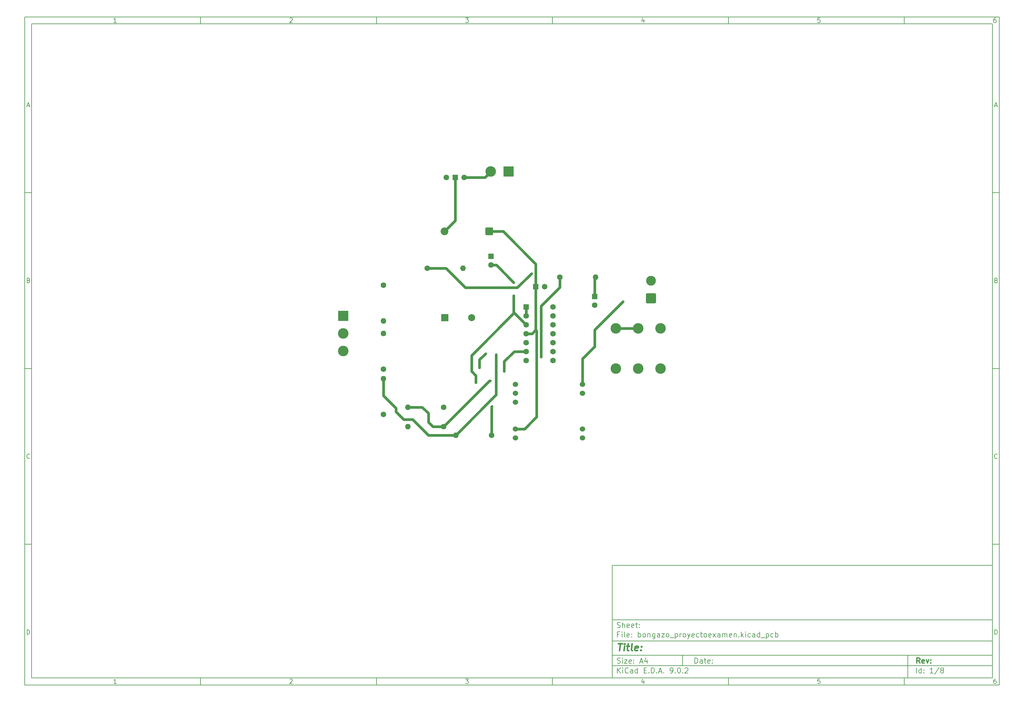
<source format=gbr>
%TF.GenerationSoftware,KiCad,Pcbnew,9.0.2*%
%TF.CreationDate,2025-06-20T15:30:42-04:00*%
%TF.ProjectId,bongazo_proyectoexamen,626f6e67-617a-46f5-9f70-726f79656374,rev?*%
%TF.SameCoordinates,Original*%
%TF.FileFunction,Copper,L1,Top*%
%TF.FilePolarity,Positive*%
%FSLAX46Y46*%
G04 Gerber Fmt 4.6, Leading zero omitted, Abs format (unit mm)*
G04 Created by KiCad (PCBNEW 9.0.2) date 2025-06-20 15:30:42*
%MOMM*%
%LPD*%
G01*
G04 APERTURE LIST*
G04 Aperture macros list*
%AMRoundRect*
0 Rectangle with rounded corners*
0 $1 Rounding radius*
0 $2 $3 $4 $5 $6 $7 $8 $9 X,Y pos of 4 corners*
0 Add a 4 corners polygon primitive as box body*
4,1,4,$2,$3,$4,$5,$6,$7,$8,$9,$2,$3,0*
0 Add four circle primitives for the rounded corners*
1,1,$1+$1,$2,$3*
1,1,$1+$1,$4,$5*
1,1,$1+$1,$6,$7*
1,1,$1+$1,$8,$9*
0 Add four rect primitives between the rounded corners*
20,1,$1+$1,$2,$3,$4,$5,0*
20,1,$1+$1,$4,$5,$6,$7,0*
20,1,$1+$1,$6,$7,$8,$9,0*
20,1,$1+$1,$8,$9,$2,$3,0*%
G04 Aperture macros list end*
%ADD10C,0.100000*%
%ADD11C,0.150000*%
%ADD12C,0.300000*%
%ADD13C,0.400000*%
%TA.AperFunction,ComponentPad*%
%ADD14C,1.600000*%
%TD*%
%TA.AperFunction,ComponentPad*%
%ADD15O,1.600000X1.600000*%
%TD*%
%TA.AperFunction,ComponentPad*%
%ADD16RoundRect,0.250000X-0.550000X-0.550000X0.550000X-0.550000X0.550000X0.550000X-0.550000X0.550000X0*%
%TD*%
%TA.AperFunction,ComponentPad*%
%ADD17RoundRect,0.250001X1.149999X-1.149999X1.149999X1.149999X-1.149999X1.149999X-1.149999X-1.149999X0*%
%TD*%
%TA.AperFunction,ComponentPad*%
%ADD18C,2.800000*%
%TD*%
%TA.AperFunction,ComponentPad*%
%ADD19R,2.000000X2.000000*%
%TD*%
%TA.AperFunction,ComponentPad*%
%ADD20C,2.000000*%
%TD*%
%TA.AperFunction,ComponentPad*%
%ADD21R,1.600000X1.600000*%
%TD*%
%TA.AperFunction,ComponentPad*%
%ADD22R,3.000000X3.000000*%
%TD*%
%TA.AperFunction,ComponentPad*%
%ADD23C,3.000000*%
%TD*%
%TA.AperFunction,ComponentPad*%
%ADD24C,1.524000*%
%TD*%
%TA.AperFunction,ComponentPad*%
%ADD25R,1.500000X1.500000*%
%TD*%
%TA.AperFunction,ComponentPad*%
%ADD26RoundRect,0.249999X0.850001X0.850001X-0.850001X0.850001X-0.850001X-0.850001X0.850001X-0.850001X0*%
%TD*%
%TA.AperFunction,ComponentPad*%
%ADD27C,2.200000*%
%TD*%
%TA.AperFunction,ComponentPad*%
%ADD28RoundRect,0.250000X-0.550000X0.550000X-0.550000X-0.550000X0.550000X-0.550000X0.550000X0.550000X0*%
%TD*%
%TA.AperFunction,ViaPad*%
%ADD29C,0.600000*%
%TD*%
%TA.AperFunction,Conductor*%
%ADD30C,0.800000*%
%TD*%
G04 APERTURE END LIST*
D10*
D11*
X177002200Y-166007200D02*
X285002200Y-166007200D01*
X285002200Y-198007200D01*
X177002200Y-198007200D01*
X177002200Y-166007200D01*
D10*
D11*
X10000000Y-10000000D02*
X287002200Y-10000000D01*
X287002200Y-200007200D01*
X10000000Y-200007200D01*
X10000000Y-10000000D01*
D10*
D11*
X12000000Y-12000000D02*
X285002200Y-12000000D01*
X285002200Y-198007200D01*
X12000000Y-198007200D01*
X12000000Y-12000000D01*
D10*
D11*
X60000000Y-12000000D02*
X60000000Y-10000000D01*
D10*
D11*
X110000000Y-12000000D02*
X110000000Y-10000000D01*
D10*
D11*
X160000000Y-12000000D02*
X160000000Y-10000000D01*
D10*
D11*
X210000000Y-12000000D02*
X210000000Y-10000000D01*
D10*
D11*
X260000000Y-12000000D02*
X260000000Y-10000000D01*
D10*
D11*
X36089160Y-11593604D02*
X35346303Y-11593604D01*
X35717731Y-11593604D02*
X35717731Y-10293604D01*
X35717731Y-10293604D02*
X35593922Y-10479319D01*
X35593922Y-10479319D02*
X35470112Y-10603128D01*
X35470112Y-10603128D02*
X35346303Y-10665033D01*
D10*
D11*
X85346303Y-10417414D02*
X85408207Y-10355509D01*
X85408207Y-10355509D02*
X85532017Y-10293604D01*
X85532017Y-10293604D02*
X85841541Y-10293604D01*
X85841541Y-10293604D02*
X85965350Y-10355509D01*
X85965350Y-10355509D02*
X86027255Y-10417414D01*
X86027255Y-10417414D02*
X86089160Y-10541223D01*
X86089160Y-10541223D02*
X86089160Y-10665033D01*
X86089160Y-10665033D02*
X86027255Y-10850747D01*
X86027255Y-10850747D02*
X85284398Y-11593604D01*
X85284398Y-11593604D02*
X86089160Y-11593604D01*
D10*
D11*
X135284398Y-10293604D02*
X136089160Y-10293604D01*
X136089160Y-10293604D02*
X135655826Y-10788842D01*
X135655826Y-10788842D02*
X135841541Y-10788842D01*
X135841541Y-10788842D02*
X135965350Y-10850747D01*
X135965350Y-10850747D02*
X136027255Y-10912652D01*
X136027255Y-10912652D02*
X136089160Y-11036461D01*
X136089160Y-11036461D02*
X136089160Y-11345985D01*
X136089160Y-11345985D02*
X136027255Y-11469795D01*
X136027255Y-11469795D02*
X135965350Y-11531700D01*
X135965350Y-11531700D02*
X135841541Y-11593604D01*
X135841541Y-11593604D02*
X135470112Y-11593604D01*
X135470112Y-11593604D02*
X135346303Y-11531700D01*
X135346303Y-11531700D02*
X135284398Y-11469795D01*
D10*
D11*
X185965350Y-10726938D02*
X185965350Y-11593604D01*
X185655826Y-10231700D02*
X185346303Y-11160271D01*
X185346303Y-11160271D02*
X186151064Y-11160271D01*
D10*
D11*
X236027255Y-10293604D02*
X235408207Y-10293604D01*
X235408207Y-10293604D02*
X235346303Y-10912652D01*
X235346303Y-10912652D02*
X235408207Y-10850747D01*
X235408207Y-10850747D02*
X235532017Y-10788842D01*
X235532017Y-10788842D02*
X235841541Y-10788842D01*
X235841541Y-10788842D02*
X235965350Y-10850747D01*
X235965350Y-10850747D02*
X236027255Y-10912652D01*
X236027255Y-10912652D02*
X236089160Y-11036461D01*
X236089160Y-11036461D02*
X236089160Y-11345985D01*
X236089160Y-11345985D02*
X236027255Y-11469795D01*
X236027255Y-11469795D02*
X235965350Y-11531700D01*
X235965350Y-11531700D02*
X235841541Y-11593604D01*
X235841541Y-11593604D02*
X235532017Y-11593604D01*
X235532017Y-11593604D02*
X235408207Y-11531700D01*
X235408207Y-11531700D02*
X235346303Y-11469795D01*
D10*
D11*
X285965350Y-10293604D02*
X285717731Y-10293604D01*
X285717731Y-10293604D02*
X285593922Y-10355509D01*
X285593922Y-10355509D02*
X285532017Y-10417414D01*
X285532017Y-10417414D02*
X285408207Y-10603128D01*
X285408207Y-10603128D02*
X285346303Y-10850747D01*
X285346303Y-10850747D02*
X285346303Y-11345985D01*
X285346303Y-11345985D02*
X285408207Y-11469795D01*
X285408207Y-11469795D02*
X285470112Y-11531700D01*
X285470112Y-11531700D02*
X285593922Y-11593604D01*
X285593922Y-11593604D02*
X285841541Y-11593604D01*
X285841541Y-11593604D02*
X285965350Y-11531700D01*
X285965350Y-11531700D02*
X286027255Y-11469795D01*
X286027255Y-11469795D02*
X286089160Y-11345985D01*
X286089160Y-11345985D02*
X286089160Y-11036461D01*
X286089160Y-11036461D02*
X286027255Y-10912652D01*
X286027255Y-10912652D02*
X285965350Y-10850747D01*
X285965350Y-10850747D02*
X285841541Y-10788842D01*
X285841541Y-10788842D02*
X285593922Y-10788842D01*
X285593922Y-10788842D02*
X285470112Y-10850747D01*
X285470112Y-10850747D02*
X285408207Y-10912652D01*
X285408207Y-10912652D02*
X285346303Y-11036461D01*
D10*
D11*
X60000000Y-198007200D02*
X60000000Y-200007200D01*
D10*
D11*
X110000000Y-198007200D02*
X110000000Y-200007200D01*
D10*
D11*
X160000000Y-198007200D02*
X160000000Y-200007200D01*
D10*
D11*
X210000000Y-198007200D02*
X210000000Y-200007200D01*
D10*
D11*
X260000000Y-198007200D02*
X260000000Y-200007200D01*
D10*
D11*
X36089160Y-199600804D02*
X35346303Y-199600804D01*
X35717731Y-199600804D02*
X35717731Y-198300804D01*
X35717731Y-198300804D02*
X35593922Y-198486519D01*
X35593922Y-198486519D02*
X35470112Y-198610328D01*
X35470112Y-198610328D02*
X35346303Y-198672233D01*
D10*
D11*
X85346303Y-198424614D02*
X85408207Y-198362709D01*
X85408207Y-198362709D02*
X85532017Y-198300804D01*
X85532017Y-198300804D02*
X85841541Y-198300804D01*
X85841541Y-198300804D02*
X85965350Y-198362709D01*
X85965350Y-198362709D02*
X86027255Y-198424614D01*
X86027255Y-198424614D02*
X86089160Y-198548423D01*
X86089160Y-198548423D02*
X86089160Y-198672233D01*
X86089160Y-198672233D02*
X86027255Y-198857947D01*
X86027255Y-198857947D02*
X85284398Y-199600804D01*
X85284398Y-199600804D02*
X86089160Y-199600804D01*
D10*
D11*
X135284398Y-198300804D02*
X136089160Y-198300804D01*
X136089160Y-198300804D02*
X135655826Y-198796042D01*
X135655826Y-198796042D02*
X135841541Y-198796042D01*
X135841541Y-198796042D02*
X135965350Y-198857947D01*
X135965350Y-198857947D02*
X136027255Y-198919852D01*
X136027255Y-198919852D02*
X136089160Y-199043661D01*
X136089160Y-199043661D02*
X136089160Y-199353185D01*
X136089160Y-199353185D02*
X136027255Y-199476995D01*
X136027255Y-199476995D02*
X135965350Y-199538900D01*
X135965350Y-199538900D02*
X135841541Y-199600804D01*
X135841541Y-199600804D02*
X135470112Y-199600804D01*
X135470112Y-199600804D02*
X135346303Y-199538900D01*
X135346303Y-199538900D02*
X135284398Y-199476995D01*
D10*
D11*
X185965350Y-198734138D02*
X185965350Y-199600804D01*
X185655826Y-198238900D02*
X185346303Y-199167471D01*
X185346303Y-199167471D02*
X186151064Y-199167471D01*
D10*
D11*
X236027255Y-198300804D02*
X235408207Y-198300804D01*
X235408207Y-198300804D02*
X235346303Y-198919852D01*
X235346303Y-198919852D02*
X235408207Y-198857947D01*
X235408207Y-198857947D02*
X235532017Y-198796042D01*
X235532017Y-198796042D02*
X235841541Y-198796042D01*
X235841541Y-198796042D02*
X235965350Y-198857947D01*
X235965350Y-198857947D02*
X236027255Y-198919852D01*
X236027255Y-198919852D02*
X236089160Y-199043661D01*
X236089160Y-199043661D02*
X236089160Y-199353185D01*
X236089160Y-199353185D02*
X236027255Y-199476995D01*
X236027255Y-199476995D02*
X235965350Y-199538900D01*
X235965350Y-199538900D02*
X235841541Y-199600804D01*
X235841541Y-199600804D02*
X235532017Y-199600804D01*
X235532017Y-199600804D02*
X235408207Y-199538900D01*
X235408207Y-199538900D02*
X235346303Y-199476995D01*
D10*
D11*
X285965350Y-198300804D02*
X285717731Y-198300804D01*
X285717731Y-198300804D02*
X285593922Y-198362709D01*
X285593922Y-198362709D02*
X285532017Y-198424614D01*
X285532017Y-198424614D02*
X285408207Y-198610328D01*
X285408207Y-198610328D02*
X285346303Y-198857947D01*
X285346303Y-198857947D02*
X285346303Y-199353185D01*
X285346303Y-199353185D02*
X285408207Y-199476995D01*
X285408207Y-199476995D02*
X285470112Y-199538900D01*
X285470112Y-199538900D02*
X285593922Y-199600804D01*
X285593922Y-199600804D02*
X285841541Y-199600804D01*
X285841541Y-199600804D02*
X285965350Y-199538900D01*
X285965350Y-199538900D02*
X286027255Y-199476995D01*
X286027255Y-199476995D02*
X286089160Y-199353185D01*
X286089160Y-199353185D02*
X286089160Y-199043661D01*
X286089160Y-199043661D02*
X286027255Y-198919852D01*
X286027255Y-198919852D02*
X285965350Y-198857947D01*
X285965350Y-198857947D02*
X285841541Y-198796042D01*
X285841541Y-198796042D02*
X285593922Y-198796042D01*
X285593922Y-198796042D02*
X285470112Y-198857947D01*
X285470112Y-198857947D02*
X285408207Y-198919852D01*
X285408207Y-198919852D02*
X285346303Y-199043661D01*
D10*
D11*
X10000000Y-60000000D02*
X12000000Y-60000000D01*
D10*
D11*
X10000000Y-110000000D02*
X12000000Y-110000000D01*
D10*
D11*
X10000000Y-160000000D02*
X12000000Y-160000000D01*
D10*
D11*
X10690476Y-35222176D02*
X11309523Y-35222176D01*
X10566666Y-35593604D02*
X10999999Y-34293604D01*
X10999999Y-34293604D02*
X11433333Y-35593604D01*
D10*
D11*
X11092857Y-84912652D02*
X11278571Y-84974557D01*
X11278571Y-84974557D02*
X11340476Y-85036461D01*
X11340476Y-85036461D02*
X11402380Y-85160271D01*
X11402380Y-85160271D02*
X11402380Y-85345985D01*
X11402380Y-85345985D02*
X11340476Y-85469795D01*
X11340476Y-85469795D02*
X11278571Y-85531700D01*
X11278571Y-85531700D02*
X11154761Y-85593604D01*
X11154761Y-85593604D02*
X10659523Y-85593604D01*
X10659523Y-85593604D02*
X10659523Y-84293604D01*
X10659523Y-84293604D02*
X11092857Y-84293604D01*
X11092857Y-84293604D02*
X11216666Y-84355509D01*
X11216666Y-84355509D02*
X11278571Y-84417414D01*
X11278571Y-84417414D02*
X11340476Y-84541223D01*
X11340476Y-84541223D02*
X11340476Y-84665033D01*
X11340476Y-84665033D02*
X11278571Y-84788842D01*
X11278571Y-84788842D02*
X11216666Y-84850747D01*
X11216666Y-84850747D02*
X11092857Y-84912652D01*
X11092857Y-84912652D02*
X10659523Y-84912652D01*
D10*
D11*
X11402380Y-135469795D02*
X11340476Y-135531700D01*
X11340476Y-135531700D02*
X11154761Y-135593604D01*
X11154761Y-135593604D02*
X11030952Y-135593604D01*
X11030952Y-135593604D02*
X10845238Y-135531700D01*
X10845238Y-135531700D02*
X10721428Y-135407890D01*
X10721428Y-135407890D02*
X10659523Y-135284080D01*
X10659523Y-135284080D02*
X10597619Y-135036461D01*
X10597619Y-135036461D02*
X10597619Y-134850747D01*
X10597619Y-134850747D02*
X10659523Y-134603128D01*
X10659523Y-134603128D02*
X10721428Y-134479319D01*
X10721428Y-134479319D02*
X10845238Y-134355509D01*
X10845238Y-134355509D02*
X11030952Y-134293604D01*
X11030952Y-134293604D02*
X11154761Y-134293604D01*
X11154761Y-134293604D02*
X11340476Y-134355509D01*
X11340476Y-134355509D02*
X11402380Y-134417414D01*
D10*
D11*
X10659523Y-185593604D02*
X10659523Y-184293604D01*
X10659523Y-184293604D02*
X10969047Y-184293604D01*
X10969047Y-184293604D02*
X11154761Y-184355509D01*
X11154761Y-184355509D02*
X11278571Y-184479319D01*
X11278571Y-184479319D02*
X11340476Y-184603128D01*
X11340476Y-184603128D02*
X11402380Y-184850747D01*
X11402380Y-184850747D02*
X11402380Y-185036461D01*
X11402380Y-185036461D02*
X11340476Y-185284080D01*
X11340476Y-185284080D02*
X11278571Y-185407890D01*
X11278571Y-185407890D02*
X11154761Y-185531700D01*
X11154761Y-185531700D02*
X10969047Y-185593604D01*
X10969047Y-185593604D02*
X10659523Y-185593604D01*
D10*
D11*
X287002200Y-60000000D02*
X285002200Y-60000000D01*
D10*
D11*
X287002200Y-110000000D02*
X285002200Y-110000000D01*
D10*
D11*
X287002200Y-160000000D02*
X285002200Y-160000000D01*
D10*
D11*
X285692676Y-35222176D02*
X286311723Y-35222176D01*
X285568866Y-35593604D02*
X286002199Y-34293604D01*
X286002199Y-34293604D02*
X286435533Y-35593604D01*
D10*
D11*
X286095057Y-84912652D02*
X286280771Y-84974557D01*
X286280771Y-84974557D02*
X286342676Y-85036461D01*
X286342676Y-85036461D02*
X286404580Y-85160271D01*
X286404580Y-85160271D02*
X286404580Y-85345985D01*
X286404580Y-85345985D02*
X286342676Y-85469795D01*
X286342676Y-85469795D02*
X286280771Y-85531700D01*
X286280771Y-85531700D02*
X286156961Y-85593604D01*
X286156961Y-85593604D02*
X285661723Y-85593604D01*
X285661723Y-85593604D02*
X285661723Y-84293604D01*
X285661723Y-84293604D02*
X286095057Y-84293604D01*
X286095057Y-84293604D02*
X286218866Y-84355509D01*
X286218866Y-84355509D02*
X286280771Y-84417414D01*
X286280771Y-84417414D02*
X286342676Y-84541223D01*
X286342676Y-84541223D02*
X286342676Y-84665033D01*
X286342676Y-84665033D02*
X286280771Y-84788842D01*
X286280771Y-84788842D02*
X286218866Y-84850747D01*
X286218866Y-84850747D02*
X286095057Y-84912652D01*
X286095057Y-84912652D02*
X285661723Y-84912652D01*
D10*
D11*
X286404580Y-135469795D02*
X286342676Y-135531700D01*
X286342676Y-135531700D02*
X286156961Y-135593604D01*
X286156961Y-135593604D02*
X286033152Y-135593604D01*
X286033152Y-135593604D02*
X285847438Y-135531700D01*
X285847438Y-135531700D02*
X285723628Y-135407890D01*
X285723628Y-135407890D02*
X285661723Y-135284080D01*
X285661723Y-135284080D02*
X285599819Y-135036461D01*
X285599819Y-135036461D02*
X285599819Y-134850747D01*
X285599819Y-134850747D02*
X285661723Y-134603128D01*
X285661723Y-134603128D02*
X285723628Y-134479319D01*
X285723628Y-134479319D02*
X285847438Y-134355509D01*
X285847438Y-134355509D02*
X286033152Y-134293604D01*
X286033152Y-134293604D02*
X286156961Y-134293604D01*
X286156961Y-134293604D02*
X286342676Y-134355509D01*
X286342676Y-134355509D02*
X286404580Y-134417414D01*
D10*
D11*
X285661723Y-185593604D02*
X285661723Y-184293604D01*
X285661723Y-184293604D02*
X285971247Y-184293604D01*
X285971247Y-184293604D02*
X286156961Y-184355509D01*
X286156961Y-184355509D02*
X286280771Y-184479319D01*
X286280771Y-184479319D02*
X286342676Y-184603128D01*
X286342676Y-184603128D02*
X286404580Y-184850747D01*
X286404580Y-184850747D02*
X286404580Y-185036461D01*
X286404580Y-185036461D02*
X286342676Y-185284080D01*
X286342676Y-185284080D02*
X286280771Y-185407890D01*
X286280771Y-185407890D02*
X286156961Y-185531700D01*
X286156961Y-185531700D02*
X285971247Y-185593604D01*
X285971247Y-185593604D02*
X285661723Y-185593604D01*
D10*
D11*
X200458026Y-193793328D02*
X200458026Y-192293328D01*
X200458026Y-192293328D02*
X200815169Y-192293328D01*
X200815169Y-192293328D02*
X201029455Y-192364757D01*
X201029455Y-192364757D02*
X201172312Y-192507614D01*
X201172312Y-192507614D02*
X201243741Y-192650471D01*
X201243741Y-192650471D02*
X201315169Y-192936185D01*
X201315169Y-192936185D02*
X201315169Y-193150471D01*
X201315169Y-193150471D02*
X201243741Y-193436185D01*
X201243741Y-193436185D02*
X201172312Y-193579042D01*
X201172312Y-193579042D02*
X201029455Y-193721900D01*
X201029455Y-193721900D02*
X200815169Y-193793328D01*
X200815169Y-193793328D02*
X200458026Y-193793328D01*
X202600884Y-193793328D02*
X202600884Y-193007614D01*
X202600884Y-193007614D02*
X202529455Y-192864757D01*
X202529455Y-192864757D02*
X202386598Y-192793328D01*
X202386598Y-192793328D02*
X202100884Y-192793328D01*
X202100884Y-192793328D02*
X201958026Y-192864757D01*
X202600884Y-193721900D02*
X202458026Y-193793328D01*
X202458026Y-193793328D02*
X202100884Y-193793328D01*
X202100884Y-193793328D02*
X201958026Y-193721900D01*
X201958026Y-193721900D02*
X201886598Y-193579042D01*
X201886598Y-193579042D02*
X201886598Y-193436185D01*
X201886598Y-193436185D02*
X201958026Y-193293328D01*
X201958026Y-193293328D02*
X202100884Y-193221900D01*
X202100884Y-193221900D02*
X202458026Y-193221900D01*
X202458026Y-193221900D02*
X202600884Y-193150471D01*
X203100884Y-192793328D02*
X203672312Y-192793328D01*
X203315169Y-192293328D02*
X203315169Y-193579042D01*
X203315169Y-193579042D02*
X203386598Y-193721900D01*
X203386598Y-193721900D02*
X203529455Y-193793328D01*
X203529455Y-193793328D02*
X203672312Y-193793328D01*
X204743741Y-193721900D02*
X204600884Y-193793328D01*
X204600884Y-193793328D02*
X204315170Y-193793328D01*
X204315170Y-193793328D02*
X204172312Y-193721900D01*
X204172312Y-193721900D02*
X204100884Y-193579042D01*
X204100884Y-193579042D02*
X204100884Y-193007614D01*
X204100884Y-193007614D02*
X204172312Y-192864757D01*
X204172312Y-192864757D02*
X204315170Y-192793328D01*
X204315170Y-192793328D02*
X204600884Y-192793328D01*
X204600884Y-192793328D02*
X204743741Y-192864757D01*
X204743741Y-192864757D02*
X204815170Y-193007614D01*
X204815170Y-193007614D02*
X204815170Y-193150471D01*
X204815170Y-193150471D02*
X204100884Y-193293328D01*
X205458026Y-193650471D02*
X205529455Y-193721900D01*
X205529455Y-193721900D02*
X205458026Y-193793328D01*
X205458026Y-193793328D02*
X205386598Y-193721900D01*
X205386598Y-193721900D02*
X205458026Y-193650471D01*
X205458026Y-193650471D02*
X205458026Y-193793328D01*
X205458026Y-192864757D02*
X205529455Y-192936185D01*
X205529455Y-192936185D02*
X205458026Y-193007614D01*
X205458026Y-193007614D02*
X205386598Y-192936185D01*
X205386598Y-192936185D02*
X205458026Y-192864757D01*
X205458026Y-192864757D02*
X205458026Y-193007614D01*
D10*
D11*
X177002200Y-194507200D02*
X285002200Y-194507200D01*
D10*
D11*
X178458026Y-196593328D02*
X178458026Y-195093328D01*
X179315169Y-196593328D02*
X178672312Y-195736185D01*
X179315169Y-195093328D02*
X178458026Y-195950471D01*
X179958026Y-196593328D02*
X179958026Y-195593328D01*
X179958026Y-195093328D02*
X179886598Y-195164757D01*
X179886598Y-195164757D02*
X179958026Y-195236185D01*
X179958026Y-195236185D02*
X180029455Y-195164757D01*
X180029455Y-195164757D02*
X179958026Y-195093328D01*
X179958026Y-195093328D02*
X179958026Y-195236185D01*
X181529455Y-196450471D02*
X181458027Y-196521900D01*
X181458027Y-196521900D02*
X181243741Y-196593328D01*
X181243741Y-196593328D02*
X181100884Y-196593328D01*
X181100884Y-196593328D02*
X180886598Y-196521900D01*
X180886598Y-196521900D02*
X180743741Y-196379042D01*
X180743741Y-196379042D02*
X180672312Y-196236185D01*
X180672312Y-196236185D02*
X180600884Y-195950471D01*
X180600884Y-195950471D02*
X180600884Y-195736185D01*
X180600884Y-195736185D02*
X180672312Y-195450471D01*
X180672312Y-195450471D02*
X180743741Y-195307614D01*
X180743741Y-195307614D02*
X180886598Y-195164757D01*
X180886598Y-195164757D02*
X181100884Y-195093328D01*
X181100884Y-195093328D02*
X181243741Y-195093328D01*
X181243741Y-195093328D02*
X181458027Y-195164757D01*
X181458027Y-195164757D02*
X181529455Y-195236185D01*
X182815170Y-196593328D02*
X182815170Y-195807614D01*
X182815170Y-195807614D02*
X182743741Y-195664757D01*
X182743741Y-195664757D02*
X182600884Y-195593328D01*
X182600884Y-195593328D02*
X182315170Y-195593328D01*
X182315170Y-195593328D02*
X182172312Y-195664757D01*
X182815170Y-196521900D02*
X182672312Y-196593328D01*
X182672312Y-196593328D02*
X182315170Y-196593328D01*
X182315170Y-196593328D02*
X182172312Y-196521900D01*
X182172312Y-196521900D02*
X182100884Y-196379042D01*
X182100884Y-196379042D02*
X182100884Y-196236185D01*
X182100884Y-196236185D02*
X182172312Y-196093328D01*
X182172312Y-196093328D02*
X182315170Y-196021900D01*
X182315170Y-196021900D02*
X182672312Y-196021900D01*
X182672312Y-196021900D02*
X182815170Y-195950471D01*
X184172313Y-196593328D02*
X184172313Y-195093328D01*
X184172313Y-196521900D02*
X184029455Y-196593328D01*
X184029455Y-196593328D02*
X183743741Y-196593328D01*
X183743741Y-196593328D02*
X183600884Y-196521900D01*
X183600884Y-196521900D02*
X183529455Y-196450471D01*
X183529455Y-196450471D02*
X183458027Y-196307614D01*
X183458027Y-196307614D02*
X183458027Y-195879042D01*
X183458027Y-195879042D02*
X183529455Y-195736185D01*
X183529455Y-195736185D02*
X183600884Y-195664757D01*
X183600884Y-195664757D02*
X183743741Y-195593328D01*
X183743741Y-195593328D02*
X184029455Y-195593328D01*
X184029455Y-195593328D02*
X184172313Y-195664757D01*
X186029455Y-195807614D02*
X186529455Y-195807614D01*
X186743741Y-196593328D02*
X186029455Y-196593328D01*
X186029455Y-196593328D02*
X186029455Y-195093328D01*
X186029455Y-195093328D02*
X186743741Y-195093328D01*
X187386598Y-196450471D02*
X187458027Y-196521900D01*
X187458027Y-196521900D02*
X187386598Y-196593328D01*
X187386598Y-196593328D02*
X187315170Y-196521900D01*
X187315170Y-196521900D02*
X187386598Y-196450471D01*
X187386598Y-196450471D02*
X187386598Y-196593328D01*
X188100884Y-196593328D02*
X188100884Y-195093328D01*
X188100884Y-195093328D02*
X188458027Y-195093328D01*
X188458027Y-195093328D02*
X188672313Y-195164757D01*
X188672313Y-195164757D02*
X188815170Y-195307614D01*
X188815170Y-195307614D02*
X188886599Y-195450471D01*
X188886599Y-195450471D02*
X188958027Y-195736185D01*
X188958027Y-195736185D02*
X188958027Y-195950471D01*
X188958027Y-195950471D02*
X188886599Y-196236185D01*
X188886599Y-196236185D02*
X188815170Y-196379042D01*
X188815170Y-196379042D02*
X188672313Y-196521900D01*
X188672313Y-196521900D02*
X188458027Y-196593328D01*
X188458027Y-196593328D02*
X188100884Y-196593328D01*
X189600884Y-196450471D02*
X189672313Y-196521900D01*
X189672313Y-196521900D02*
X189600884Y-196593328D01*
X189600884Y-196593328D02*
X189529456Y-196521900D01*
X189529456Y-196521900D02*
X189600884Y-196450471D01*
X189600884Y-196450471D02*
X189600884Y-196593328D01*
X190243742Y-196164757D02*
X190958028Y-196164757D01*
X190100885Y-196593328D02*
X190600885Y-195093328D01*
X190600885Y-195093328D02*
X191100885Y-196593328D01*
X191600884Y-196450471D02*
X191672313Y-196521900D01*
X191672313Y-196521900D02*
X191600884Y-196593328D01*
X191600884Y-196593328D02*
X191529456Y-196521900D01*
X191529456Y-196521900D02*
X191600884Y-196450471D01*
X191600884Y-196450471D02*
X191600884Y-196593328D01*
X193529456Y-196593328D02*
X193815170Y-196593328D01*
X193815170Y-196593328D02*
X193958027Y-196521900D01*
X193958027Y-196521900D02*
X194029456Y-196450471D01*
X194029456Y-196450471D02*
X194172313Y-196236185D01*
X194172313Y-196236185D02*
X194243742Y-195950471D01*
X194243742Y-195950471D02*
X194243742Y-195379042D01*
X194243742Y-195379042D02*
X194172313Y-195236185D01*
X194172313Y-195236185D02*
X194100885Y-195164757D01*
X194100885Y-195164757D02*
X193958027Y-195093328D01*
X193958027Y-195093328D02*
X193672313Y-195093328D01*
X193672313Y-195093328D02*
X193529456Y-195164757D01*
X193529456Y-195164757D02*
X193458027Y-195236185D01*
X193458027Y-195236185D02*
X193386599Y-195379042D01*
X193386599Y-195379042D02*
X193386599Y-195736185D01*
X193386599Y-195736185D02*
X193458027Y-195879042D01*
X193458027Y-195879042D02*
X193529456Y-195950471D01*
X193529456Y-195950471D02*
X193672313Y-196021900D01*
X193672313Y-196021900D02*
X193958027Y-196021900D01*
X193958027Y-196021900D02*
X194100885Y-195950471D01*
X194100885Y-195950471D02*
X194172313Y-195879042D01*
X194172313Y-195879042D02*
X194243742Y-195736185D01*
X194886598Y-196450471D02*
X194958027Y-196521900D01*
X194958027Y-196521900D02*
X194886598Y-196593328D01*
X194886598Y-196593328D02*
X194815170Y-196521900D01*
X194815170Y-196521900D02*
X194886598Y-196450471D01*
X194886598Y-196450471D02*
X194886598Y-196593328D01*
X195886599Y-195093328D02*
X196029456Y-195093328D01*
X196029456Y-195093328D02*
X196172313Y-195164757D01*
X196172313Y-195164757D02*
X196243742Y-195236185D01*
X196243742Y-195236185D02*
X196315170Y-195379042D01*
X196315170Y-195379042D02*
X196386599Y-195664757D01*
X196386599Y-195664757D02*
X196386599Y-196021900D01*
X196386599Y-196021900D02*
X196315170Y-196307614D01*
X196315170Y-196307614D02*
X196243742Y-196450471D01*
X196243742Y-196450471D02*
X196172313Y-196521900D01*
X196172313Y-196521900D02*
X196029456Y-196593328D01*
X196029456Y-196593328D02*
X195886599Y-196593328D01*
X195886599Y-196593328D02*
X195743742Y-196521900D01*
X195743742Y-196521900D02*
X195672313Y-196450471D01*
X195672313Y-196450471D02*
X195600884Y-196307614D01*
X195600884Y-196307614D02*
X195529456Y-196021900D01*
X195529456Y-196021900D02*
X195529456Y-195664757D01*
X195529456Y-195664757D02*
X195600884Y-195379042D01*
X195600884Y-195379042D02*
X195672313Y-195236185D01*
X195672313Y-195236185D02*
X195743742Y-195164757D01*
X195743742Y-195164757D02*
X195886599Y-195093328D01*
X197029455Y-196450471D02*
X197100884Y-196521900D01*
X197100884Y-196521900D02*
X197029455Y-196593328D01*
X197029455Y-196593328D02*
X196958027Y-196521900D01*
X196958027Y-196521900D02*
X197029455Y-196450471D01*
X197029455Y-196450471D02*
X197029455Y-196593328D01*
X197672313Y-195236185D02*
X197743741Y-195164757D01*
X197743741Y-195164757D02*
X197886599Y-195093328D01*
X197886599Y-195093328D02*
X198243741Y-195093328D01*
X198243741Y-195093328D02*
X198386599Y-195164757D01*
X198386599Y-195164757D02*
X198458027Y-195236185D01*
X198458027Y-195236185D02*
X198529456Y-195379042D01*
X198529456Y-195379042D02*
X198529456Y-195521900D01*
X198529456Y-195521900D02*
X198458027Y-195736185D01*
X198458027Y-195736185D02*
X197600884Y-196593328D01*
X197600884Y-196593328D02*
X198529456Y-196593328D01*
D10*
D11*
X177002200Y-191507200D02*
X285002200Y-191507200D01*
D10*
D12*
X264413853Y-193785528D02*
X263913853Y-193071242D01*
X263556710Y-193785528D02*
X263556710Y-192285528D01*
X263556710Y-192285528D02*
X264128139Y-192285528D01*
X264128139Y-192285528D02*
X264270996Y-192356957D01*
X264270996Y-192356957D02*
X264342425Y-192428385D01*
X264342425Y-192428385D02*
X264413853Y-192571242D01*
X264413853Y-192571242D02*
X264413853Y-192785528D01*
X264413853Y-192785528D02*
X264342425Y-192928385D01*
X264342425Y-192928385D02*
X264270996Y-192999814D01*
X264270996Y-192999814D02*
X264128139Y-193071242D01*
X264128139Y-193071242D02*
X263556710Y-193071242D01*
X265628139Y-193714100D02*
X265485282Y-193785528D01*
X265485282Y-193785528D02*
X265199568Y-193785528D01*
X265199568Y-193785528D02*
X265056710Y-193714100D01*
X265056710Y-193714100D02*
X264985282Y-193571242D01*
X264985282Y-193571242D02*
X264985282Y-192999814D01*
X264985282Y-192999814D02*
X265056710Y-192856957D01*
X265056710Y-192856957D02*
X265199568Y-192785528D01*
X265199568Y-192785528D02*
X265485282Y-192785528D01*
X265485282Y-192785528D02*
X265628139Y-192856957D01*
X265628139Y-192856957D02*
X265699568Y-192999814D01*
X265699568Y-192999814D02*
X265699568Y-193142671D01*
X265699568Y-193142671D02*
X264985282Y-193285528D01*
X266199567Y-192785528D02*
X266556710Y-193785528D01*
X266556710Y-193785528D02*
X266913853Y-192785528D01*
X267485281Y-193642671D02*
X267556710Y-193714100D01*
X267556710Y-193714100D02*
X267485281Y-193785528D01*
X267485281Y-193785528D02*
X267413853Y-193714100D01*
X267413853Y-193714100D02*
X267485281Y-193642671D01*
X267485281Y-193642671D02*
X267485281Y-193785528D01*
X267485281Y-192856957D02*
X267556710Y-192928385D01*
X267556710Y-192928385D02*
X267485281Y-192999814D01*
X267485281Y-192999814D02*
X267413853Y-192928385D01*
X267413853Y-192928385D02*
X267485281Y-192856957D01*
X267485281Y-192856957D02*
X267485281Y-192999814D01*
D10*
D11*
X178386598Y-193721900D02*
X178600884Y-193793328D01*
X178600884Y-193793328D02*
X178958026Y-193793328D01*
X178958026Y-193793328D02*
X179100884Y-193721900D01*
X179100884Y-193721900D02*
X179172312Y-193650471D01*
X179172312Y-193650471D02*
X179243741Y-193507614D01*
X179243741Y-193507614D02*
X179243741Y-193364757D01*
X179243741Y-193364757D02*
X179172312Y-193221900D01*
X179172312Y-193221900D02*
X179100884Y-193150471D01*
X179100884Y-193150471D02*
X178958026Y-193079042D01*
X178958026Y-193079042D02*
X178672312Y-193007614D01*
X178672312Y-193007614D02*
X178529455Y-192936185D01*
X178529455Y-192936185D02*
X178458026Y-192864757D01*
X178458026Y-192864757D02*
X178386598Y-192721900D01*
X178386598Y-192721900D02*
X178386598Y-192579042D01*
X178386598Y-192579042D02*
X178458026Y-192436185D01*
X178458026Y-192436185D02*
X178529455Y-192364757D01*
X178529455Y-192364757D02*
X178672312Y-192293328D01*
X178672312Y-192293328D02*
X179029455Y-192293328D01*
X179029455Y-192293328D02*
X179243741Y-192364757D01*
X179886597Y-193793328D02*
X179886597Y-192793328D01*
X179886597Y-192293328D02*
X179815169Y-192364757D01*
X179815169Y-192364757D02*
X179886597Y-192436185D01*
X179886597Y-192436185D02*
X179958026Y-192364757D01*
X179958026Y-192364757D02*
X179886597Y-192293328D01*
X179886597Y-192293328D02*
X179886597Y-192436185D01*
X180458026Y-192793328D02*
X181243741Y-192793328D01*
X181243741Y-192793328D02*
X180458026Y-193793328D01*
X180458026Y-193793328D02*
X181243741Y-193793328D01*
X182386598Y-193721900D02*
X182243741Y-193793328D01*
X182243741Y-193793328D02*
X181958027Y-193793328D01*
X181958027Y-193793328D02*
X181815169Y-193721900D01*
X181815169Y-193721900D02*
X181743741Y-193579042D01*
X181743741Y-193579042D02*
X181743741Y-193007614D01*
X181743741Y-193007614D02*
X181815169Y-192864757D01*
X181815169Y-192864757D02*
X181958027Y-192793328D01*
X181958027Y-192793328D02*
X182243741Y-192793328D01*
X182243741Y-192793328D02*
X182386598Y-192864757D01*
X182386598Y-192864757D02*
X182458027Y-193007614D01*
X182458027Y-193007614D02*
X182458027Y-193150471D01*
X182458027Y-193150471D02*
X181743741Y-193293328D01*
X183100883Y-193650471D02*
X183172312Y-193721900D01*
X183172312Y-193721900D02*
X183100883Y-193793328D01*
X183100883Y-193793328D02*
X183029455Y-193721900D01*
X183029455Y-193721900D02*
X183100883Y-193650471D01*
X183100883Y-193650471D02*
X183100883Y-193793328D01*
X183100883Y-192864757D02*
X183172312Y-192936185D01*
X183172312Y-192936185D02*
X183100883Y-193007614D01*
X183100883Y-193007614D02*
X183029455Y-192936185D01*
X183029455Y-192936185D02*
X183100883Y-192864757D01*
X183100883Y-192864757D02*
X183100883Y-193007614D01*
X184886598Y-193364757D02*
X185600884Y-193364757D01*
X184743741Y-193793328D02*
X185243741Y-192293328D01*
X185243741Y-192293328D02*
X185743741Y-193793328D01*
X186886598Y-192793328D02*
X186886598Y-193793328D01*
X186529455Y-192221900D02*
X186172312Y-193293328D01*
X186172312Y-193293328D02*
X187100883Y-193293328D01*
D10*
D11*
X263458026Y-196593328D02*
X263458026Y-195093328D01*
X264815170Y-196593328D02*
X264815170Y-195093328D01*
X264815170Y-196521900D02*
X264672312Y-196593328D01*
X264672312Y-196593328D02*
X264386598Y-196593328D01*
X264386598Y-196593328D02*
X264243741Y-196521900D01*
X264243741Y-196521900D02*
X264172312Y-196450471D01*
X264172312Y-196450471D02*
X264100884Y-196307614D01*
X264100884Y-196307614D02*
X264100884Y-195879042D01*
X264100884Y-195879042D02*
X264172312Y-195736185D01*
X264172312Y-195736185D02*
X264243741Y-195664757D01*
X264243741Y-195664757D02*
X264386598Y-195593328D01*
X264386598Y-195593328D02*
X264672312Y-195593328D01*
X264672312Y-195593328D02*
X264815170Y-195664757D01*
X265529455Y-196450471D02*
X265600884Y-196521900D01*
X265600884Y-196521900D02*
X265529455Y-196593328D01*
X265529455Y-196593328D02*
X265458027Y-196521900D01*
X265458027Y-196521900D02*
X265529455Y-196450471D01*
X265529455Y-196450471D02*
X265529455Y-196593328D01*
X265529455Y-195664757D02*
X265600884Y-195736185D01*
X265600884Y-195736185D02*
X265529455Y-195807614D01*
X265529455Y-195807614D02*
X265458027Y-195736185D01*
X265458027Y-195736185D02*
X265529455Y-195664757D01*
X265529455Y-195664757D02*
X265529455Y-195807614D01*
X268172313Y-196593328D02*
X267315170Y-196593328D01*
X267743741Y-196593328D02*
X267743741Y-195093328D01*
X267743741Y-195093328D02*
X267600884Y-195307614D01*
X267600884Y-195307614D02*
X267458027Y-195450471D01*
X267458027Y-195450471D02*
X267315170Y-195521900D01*
X269886598Y-195021900D02*
X268600884Y-196950471D01*
X270600884Y-195736185D02*
X270458027Y-195664757D01*
X270458027Y-195664757D02*
X270386598Y-195593328D01*
X270386598Y-195593328D02*
X270315170Y-195450471D01*
X270315170Y-195450471D02*
X270315170Y-195379042D01*
X270315170Y-195379042D02*
X270386598Y-195236185D01*
X270386598Y-195236185D02*
X270458027Y-195164757D01*
X270458027Y-195164757D02*
X270600884Y-195093328D01*
X270600884Y-195093328D02*
X270886598Y-195093328D01*
X270886598Y-195093328D02*
X271029456Y-195164757D01*
X271029456Y-195164757D02*
X271100884Y-195236185D01*
X271100884Y-195236185D02*
X271172313Y-195379042D01*
X271172313Y-195379042D02*
X271172313Y-195450471D01*
X271172313Y-195450471D02*
X271100884Y-195593328D01*
X271100884Y-195593328D02*
X271029456Y-195664757D01*
X271029456Y-195664757D02*
X270886598Y-195736185D01*
X270886598Y-195736185D02*
X270600884Y-195736185D01*
X270600884Y-195736185D02*
X270458027Y-195807614D01*
X270458027Y-195807614D02*
X270386598Y-195879042D01*
X270386598Y-195879042D02*
X270315170Y-196021900D01*
X270315170Y-196021900D02*
X270315170Y-196307614D01*
X270315170Y-196307614D02*
X270386598Y-196450471D01*
X270386598Y-196450471D02*
X270458027Y-196521900D01*
X270458027Y-196521900D02*
X270600884Y-196593328D01*
X270600884Y-196593328D02*
X270886598Y-196593328D01*
X270886598Y-196593328D02*
X271029456Y-196521900D01*
X271029456Y-196521900D02*
X271100884Y-196450471D01*
X271100884Y-196450471D02*
X271172313Y-196307614D01*
X271172313Y-196307614D02*
X271172313Y-196021900D01*
X271172313Y-196021900D02*
X271100884Y-195879042D01*
X271100884Y-195879042D02*
X271029456Y-195807614D01*
X271029456Y-195807614D02*
X270886598Y-195736185D01*
D10*
D11*
X177002200Y-187507200D02*
X285002200Y-187507200D01*
D10*
D13*
X178693928Y-188211638D02*
X179836785Y-188211638D01*
X179015357Y-190211638D02*
X179265357Y-188211638D01*
X180253452Y-190211638D02*
X180420119Y-188878304D01*
X180503452Y-188211638D02*
X180396309Y-188306876D01*
X180396309Y-188306876D02*
X180479643Y-188402114D01*
X180479643Y-188402114D02*
X180586786Y-188306876D01*
X180586786Y-188306876D02*
X180503452Y-188211638D01*
X180503452Y-188211638D02*
X180479643Y-188402114D01*
X181086786Y-188878304D02*
X181848690Y-188878304D01*
X181455833Y-188211638D02*
X181241548Y-189925923D01*
X181241548Y-189925923D02*
X181312976Y-190116400D01*
X181312976Y-190116400D02*
X181491548Y-190211638D01*
X181491548Y-190211638D02*
X181682024Y-190211638D01*
X182634405Y-190211638D02*
X182455833Y-190116400D01*
X182455833Y-190116400D02*
X182384405Y-189925923D01*
X182384405Y-189925923D02*
X182598690Y-188211638D01*
X184170119Y-190116400D02*
X183967738Y-190211638D01*
X183967738Y-190211638D02*
X183586785Y-190211638D01*
X183586785Y-190211638D02*
X183408214Y-190116400D01*
X183408214Y-190116400D02*
X183336785Y-189925923D01*
X183336785Y-189925923D02*
X183432024Y-189164019D01*
X183432024Y-189164019D02*
X183551071Y-188973542D01*
X183551071Y-188973542D02*
X183753452Y-188878304D01*
X183753452Y-188878304D02*
X184134404Y-188878304D01*
X184134404Y-188878304D02*
X184312976Y-188973542D01*
X184312976Y-188973542D02*
X184384404Y-189164019D01*
X184384404Y-189164019D02*
X184360595Y-189354495D01*
X184360595Y-189354495D02*
X183384404Y-189544971D01*
X185134405Y-190021161D02*
X185217738Y-190116400D01*
X185217738Y-190116400D02*
X185110595Y-190211638D01*
X185110595Y-190211638D02*
X185027262Y-190116400D01*
X185027262Y-190116400D02*
X185134405Y-190021161D01*
X185134405Y-190021161D02*
X185110595Y-190211638D01*
X185265357Y-188973542D02*
X185348690Y-189068780D01*
X185348690Y-189068780D02*
X185241548Y-189164019D01*
X185241548Y-189164019D02*
X185158214Y-189068780D01*
X185158214Y-189068780D02*
X185265357Y-188973542D01*
X185265357Y-188973542D02*
X185241548Y-189164019D01*
D10*
D11*
X178958026Y-185607614D02*
X178458026Y-185607614D01*
X178458026Y-186393328D02*
X178458026Y-184893328D01*
X178458026Y-184893328D02*
X179172312Y-184893328D01*
X179743740Y-186393328D02*
X179743740Y-185393328D01*
X179743740Y-184893328D02*
X179672312Y-184964757D01*
X179672312Y-184964757D02*
X179743740Y-185036185D01*
X179743740Y-185036185D02*
X179815169Y-184964757D01*
X179815169Y-184964757D02*
X179743740Y-184893328D01*
X179743740Y-184893328D02*
X179743740Y-185036185D01*
X180672312Y-186393328D02*
X180529455Y-186321900D01*
X180529455Y-186321900D02*
X180458026Y-186179042D01*
X180458026Y-186179042D02*
X180458026Y-184893328D01*
X181815169Y-186321900D02*
X181672312Y-186393328D01*
X181672312Y-186393328D02*
X181386598Y-186393328D01*
X181386598Y-186393328D02*
X181243740Y-186321900D01*
X181243740Y-186321900D02*
X181172312Y-186179042D01*
X181172312Y-186179042D02*
X181172312Y-185607614D01*
X181172312Y-185607614D02*
X181243740Y-185464757D01*
X181243740Y-185464757D02*
X181386598Y-185393328D01*
X181386598Y-185393328D02*
X181672312Y-185393328D01*
X181672312Y-185393328D02*
X181815169Y-185464757D01*
X181815169Y-185464757D02*
X181886598Y-185607614D01*
X181886598Y-185607614D02*
X181886598Y-185750471D01*
X181886598Y-185750471D02*
X181172312Y-185893328D01*
X182529454Y-186250471D02*
X182600883Y-186321900D01*
X182600883Y-186321900D02*
X182529454Y-186393328D01*
X182529454Y-186393328D02*
X182458026Y-186321900D01*
X182458026Y-186321900D02*
X182529454Y-186250471D01*
X182529454Y-186250471D02*
X182529454Y-186393328D01*
X182529454Y-185464757D02*
X182600883Y-185536185D01*
X182600883Y-185536185D02*
X182529454Y-185607614D01*
X182529454Y-185607614D02*
X182458026Y-185536185D01*
X182458026Y-185536185D02*
X182529454Y-185464757D01*
X182529454Y-185464757D02*
X182529454Y-185607614D01*
X184386597Y-186393328D02*
X184386597Y-184893328D01*
X184386597Y-185464757D02*
X184529455Y-185393328D01*
X184529455Y-185393328D02*
X184815169Y-185393328D01*
X184815169Y-185393328D02*
X184958026Y-185464757D01*
X184958026Y-185464757D02*
X185029455Y-185536185D01*
X185029455Y-185536185D02*
X185100883Y-185679042D01*
X185100883Y-185679042D02*
X185100883Y-186107614D01*
X185100883Y-186107614D02*
X185029455Y-186250471D01*
X185029455Y-186250471D02*
X184958026Y-186321900D01*
X184958026Y-186321900D02*
X184815169Y-186393328D01*
X184815169Y-186393328D02*
X184529455Y-186393328D01*
X184529455Y-186393328D02*
X184386597Y-186321900D01*
X185958026Y-186393328D02*
X185815169Y-186321900D01*
X185815169Y-186321900D02*
X185743740Y-186250471D01*
X185743740Y-186250471D02*
X185672312Y-186107614D01*
X185672312Y-186107614D02*
X185672312Y-185679042D01*
X185672312Y-185679042D02*
X185743740Y-185536185D01*
X185743740Y-185536185D02*
X185815169Y-185464757D01*
X185815169Y-185464757D02*
X185958026Y-185393328D01*
X185958026Y-185393328D02*
X186172312Y-185393328D01*
X186172312Y-185393328D02*
X186315169Y-185464757D01*
X186315169Y-185464757D02*
X186386598Y-185536185D01*
X186386598Y-185536185D02*
X186458026Y-185679042D01*
X186458026Y-185679042D02*
X186458026Y-186107614D01*
X186458026Y-186107614D02*
X186386598Y-186250471D01*
X186386598Y-186250471D02*
X186315169Y-186321900D01*
X186315169Y-186321900D02*
X186172312Y-186393328D01*
X186172312Y-186393328D02*
X185958026Y-186393328D01*
X187100883Y-185393328D02*
X187100883Y-186393328D01*
X187100883Y-185536185D02*
X187172312Y-185464757D01*
X187172312Y-185464757D02*
X187315169Y-185393328D01*
X187315169Y-185393328D02*
X187529455Y-185393328D01*
X187529455Y-185393328D02*
X187672312Y-185464757D01*
X187672312Y-185464757D02*
X187743741Y-185607614D01*
X187743741Y-185607614D02*
X187743741Y-186393328D01*
X189100884Y-185393328D02*
X189100884Y-186607614D01*
X189100884Y-186607614D02*
X189029455Y-186750471D01*
X189029455Y-186750471D02*
X188958026Y-186821900D01*
X188958026Y-186821900D02*
X188815169Y-186893328D01*
X188815169Y-186893328D02*
X188600884Y-186893328D01*
X188600884Y-186893328D02*
X188458026Y-186821900D01*
X189100884Y-186321900D02*
X188958026Y-186393328D01*
X188958026Y-186393328D02*
X188672312Y-186393328D01*
X188672312Y-186393328D02*
X188529455Y-186321900D01*
X188529455Y-186321900D02*
X188458026Y-186250471D01*
X188458026Y-186250471D02*
X188386598Y-186107614D01*
X188386598Y-186107614D02*
X188386598Y-185679042D01*
X188386598Y-185679042D02*
X188458026Y-185536185D01*
X188458026Y-185536185D02*
X188529455Y-185464757D01*
X188529455Y-185464757D02*
X188672312Y-185393328D01*
X188672312Y-185393328D02*
X188958026Y-185393328D01*
X188958026Y-185393328D02*
X189100884Y-185464757D01*
X190458027Y-186393328D02*
X190458027Y-185607614D01*
X190458027Y-185607614D02*
X190386598Y-185464757D01*
X190386598Y-185464757D02*
X190243741Y-185393328D01*
X190243741Y-185393328D02*
X189958027Y-185393328D01*
X189958027Y-185393328D02*
X189815169Y-185464757D01*
X190458027Y-186321900D02*
X190315169Y-186393328D01*
X190315169Y-186393328D02*
X189958027Y-186393328D01*
X189958027Y-186393328D02*
X189815169Y-186321900D01*
X189815169Y-186321900D02*
X189743741Y-186179042D01*
X189743741Y-186179042D02*
X189743741Y-186036185D01*
X189743741Y-186036185D02*
X189815169Y-185893328D01*
X189815169Y-185893328D02*
X189958027Y-185821900D01*
X189958027Y-185821900D02*
X190315169Y-185821900D01*
X190315169Y-185821900D02*
X190458027Y-185750471D01*
X191029455Y-185393328D02*
X191815170Y-185393328D01*
X191815170Y-185393328D02*
X191029455Y-186393328D01*
X191029455Y-186393328D02*
X191815170Y-186393328D01*
X192600884Y-186393328D02*
X192458027Y-186321900D01*
X192458027Y-186321900D02*
X192386598Y-186250471D01*
X192386598Y-186250471D02*
X192315170Y-186107614D01*
X192315170Y-186107614D02*
X192315170Y-185679042D01*
X192315170Y-185679042D02*
X192386598Y-185536185D01*
X192386598Y-185536185D02*
X192458027Y-185464757D01*
X192458027Y-185464757D02*
X192600884Y-185393328D01*
X192600884Y-185393328D02*
X192815170Y-185393328D01*
X192815170Y-185393328D02*
X192958027Y-185464757D01*
X192958027Y-185464757D02*
X193029456Y-185536185D01*
X193029456Y-185536185D02*
X193100884Y-185679042D01*
X193100884Y-185679042D02*
X193100884Y-186107614D01*
X193100884Y-186107614D02*
X193029456Y-186250471D01*
X193029456Y-186250471D02*
X192958027Y-186321900D01*
X192958027Y-186321900D02*
X192815170Y-186393328D01*
X192815170Y-186393328D02*
X192600884Y-186393328D01*
X193386599Y-186536185D02*
X194529456Y-186536185D01*
X194886598Y-185393328D02*
X194886598Y-186893328D01*
X194886598Y-185464757D02*
X195029456Y-185393328D01*
X195029456Y-185393328D02*
X195315170Y-185393328D01*
X195315170Y-185393328D02*
X195458027Y-185464757D01*
X195458027Y-185464757D02*
X195529456Y-185536185D01*
X195529456Y-185536185D02*
X195600884Y-185679042D01*
X195600884Y-185679042D02*
X195600884Y-186107614D01*
X195600884Y-186107614D02*
X195529456Y-186250471D01*
X195529456Y-186250471D02*
X195458027Y-186321900D01*
X195458027Y-186321900D02*
X195315170Y-186393328D01*
X195315170Y-186393328D02*
X195029456Y-186393328D01*
X195029456Y-186393328D02*
X194886598Y-186321900D01*
X196243741Y-186393328D02*
X196243741Y-185393328D01*
X196243741Y-185679042D02*
X196315170Y-185536185D01*
X196315170Y-185536185D02*
X196386599Y-185464757D01*
X196386599Y-185464757D02*
X196529456Y-185393328D01*
X196529456Y-185393328D02*
X196672313Y-185393328D01*
X197386598Y-186393328D02*
X197243741Y-186321900D01*
X197243741Y-186321900D02*
X197172312Y-186250471D01*
X197172312Y-186250471D02*
X197100884Y-186107614D01*
X197100884Y-186107614D02*
X197100884Y-185679042D01*
X197100884Y-185679042D02*
X197172312Y-185536185D01*
X197172312Y-185536185D02*
X197243741Y-185464757D01*
X197243741Y-185464757D02*
X197386598Y-185393328D01*
X197386598Y-185393328D02*
X197600884Y-185393328D01*
X197600884Y-185393328D02*
X197743741Y-185464757D01*
X197743741Y-185464757D02*
X197815170Y-185536185D01*
X197815170Y-185536185D02*
X197886598Y-185679042D01*
X197886598Y-185679042D02*
X197886598Y-186107614D01*
X197886598Y-186107614D02*
X197815170Y-186250471D01*
X197815170Y-186250471D02*
X197743741Y-186321900D01*
X197743741Y-186321900D02*
X197600884Y-186393328D01*
X197600884Y-186393328D02*
X197386598Y-186393328D01*
X198386598Y-185393328D02*
X198743741Y-186393328D01*
X199100884Y-185393328D02*
X198743741Y-186393328D01*
X198743741Y-186393328D02*
X198600884Y-186750471D01*
X198600884Y-186750471D02*
X198529455Y-186821900D01*
X198529455Y-186821900D02*
X198386598Y-186893328D01*
X200243741Y-186321900D02*
X200100884Y-186393328D01*
X200100884Y-186393328D02*
X199815170Y-186393328D01*
X199815170Y-186393328D02*
X199672312Y-186321900D01*
X199672312Y-186321900D02*
X199600884Y-186179042D01*
X199600884Y-186179042D02*
X199600884Y-185607614D01*
X199600884Y-185607614D02*
X199672312Y-185464757D01*
X199672312Y-185464757D02*
X199815170Y-185393328D01*
X199815170Y-185393328D02*
X200100884Y-185393328D01*
X200100884Y-185393328D02*
X200243741Y-185464757D01*
X200243741Y-185464757D02*
X200315170Y-185607614D01*
X200315170Y-185607614D02*
X200315170Y-185750471D01*
X200315170Y-185750471D02*
X199600884Y-185893328D01*
X201600884Y-186321900D02*
X201458026Y-186393328D01*
X201458026Y-186393328D02*
X201172312Y-186393328D01*
X201172312Y-186393328D02*
X201029455Y-186321900D01*
X201029455Y-186321900D02*
X200958026Y-186250471D01*
X200958026Y-186250471D02*
X200886598Y-186107614D01*
X200886598Y-186107614D02*
X200886598Y-185679042D01*
X200886598Y-185679042D02*
X200958026Y-185536185D01*
X200958026Y-185536185D02*
X201029455Y-185464757D01*
X201029455Y-185464757D02*
X201172312Y-185393328D01*
X201172312Y-185393328D02*
X201458026Y-185393328D01*
X201458026Y-185393328D02*
X201600884Y-185464757D01*
X202029455Y-185393328D02*
X202600883Y-185393328D01*
X202243740Y-184893328D02*
X202243740Y-186179042D01*
X202243740Y-186179042D02*
X202315169Y-186321900D01*
X202315169Y-186321900D02*
X202458026Y-186393328D01*
X202458026Y-186393328D02*
X202600883Y-186393328D01*
X203315169Y-186393328D02*
X203172312Y-186321900D01*
X203172312Y-186321900D02*
X203100883Y-186250471D01*
X203100883Y-186250471D02*
X203029455Y-186107614D01*
X203029455Y-186107614D02*
X203029455Y-185679042D01*
X203029455Y-185679042D02*
X203100883Y-185536185D01*
X203100883Y-185536185D02*
X203172312Y-185464757D01*
X203172312Y-185464757D02*
X203315169Y-185393328D01*
X203315169Y-185393328D02*
X203529455Y-185393328D01*
X203529455Y-185393328D02*
X203672312Y-185464757D01*
X203672312Y-185464757D02*
X203743741Y-185536185D01*
X203743741Y-185536185D02*
X203815169Y-185679042D01*
X203815169Y-185679042D02*
X203815169Y-186107614D01*
X203815169Y-186107614D02*
X203743741Y-186250471D01*
X203743741Y-186250471D02*
X203672312Y-186321900D01*
X203672312Y-186321900D02*
X203529455Y-186393328D01*
X203529455Y-186393328D02*
X203315169Y-186393328D01*
X205029455Y-186321900D02*
X204886598Y-186393328D01*
X204886598Y-186393328D02*
X204600884Y-186393328D01*
X204600884Y-186393328D02*
X204458026Y-186321900D01*
X204458026Y-186321900D02*
X204386598Y-186179042D01*
X204386598Y-186179042D02*
X204386598Y-185607614D01*
X204386598Y-185607614D02*
X204458026Y-185464757D01*
X204458026Y-185464757D02*
X204600884Y-185393328D01*
X204600884Y-185393328D02*
X204886598Y-185393328D01*
X204886598Y-185393328D02*
X205029455Y-185464757D01*
X205029455Y-185464757D02*
X205100884Y-185607614D01*
X205100884Y-185607614D02*
X205100884Y-185750471D01*
X205100884Y-185750471D02*
X204386598Y-185893328D01*
X205600883Y-186393328D02*
X206386598Y-185393328D01*
X205600883Y-185393328D02*
X206386598Y-186393328D01*
X207600884Y-186393328D02*
X207600884Y-185607614D01*
X207600884Y-185607614D02*
X207529455Y-185464757D01*
X207529455Y-185464757D02*
X207386598Y-185393328D01*
X207386598Y-185393328D02*
X207100884Y-185393328D01*
X207100884Y-185393328D02*
X206958026Y-185464757D01*
X207600884Y-186321900D02*
X207458026Y-186393328D01*
X207458026Y-186393328D02*
X207100884Y-186393328D01*
X207100884Y-186393328D02*
X206958026Y-186321900D01*
X206958026Y-186321900D02*
X206886598Y-186179042D01*
X206886598Y-186179042D02*
X206886598Y-186036185D01*
X206886598Y-186036185D02*
X206958026Y-185893328D01*
X206958026Y-185893328D02*
X207100884Y-185821900D01*
X207100884Y-185821900D02*
X207458026Y-185821900D01*
X207458026Y-185821900D02*
X207600884Y-185750471D01*
X208315169Y-186393328D02*
X208315169Y-185393328D01*
X208315169Y-185536185D02*
X208386598Y-185464757D01*
X208386598Y-185464757D02*
X208529455Y-185393328D01*
X208529455Y-185393328D02*
X208743741Y-185393328D01*
X208743741Y-185393328D02*
X208886598Y-185464757D01*
X208886598Y-185464757D02*
X208958027Y-185607614D01*
X208958027Y-185607614D02*
X208958027Y-186393328D01*
X208958027Y-185607614D02*
X209029455Y-185464757D01*
X209029455Y-185464757D02*
X209172312Y-185393328D01*
X209172312Y-185393328D02*
X209386598Y-185393328D01*
X209386598Y-185393328D02*
X209529455Y-185464757D01*
X209529455Y-185464757D02*
X209600884Y-185607614D01*
X209600884Y-185607614D02*
X209600884Y-186393328D01*
X210886598Y-186321900D02*
X210743741Y-186393328D01*
X210743741Y-186393328D02*
X210458027Y-186393328D01*
X210458027Y-186393328D02*
X210315169Y-186321900D01*
X210315169Y-186321900D02*
X210243741Y-186179042D01*
X210243741Y-186179042D02*
X210243741Y-185607614D01*
X210243741Y-185607614D02*
X210315169Y-185464757D01*
X210315169Y-185464757D02*
X210458027Y-185393328D01*
X210458027Y-185393328D02*
X210743741Y-185393328D01*
X210743741Y-185393328D02*
X210886598Y-185464757D01*
X210886598Y-185464757D02*
X210958027Y-185607614D01*
X210958027Y-185607614D02*
X210958027Y-185750471D01*
X210958027Y-185750471D02*
X210243741Y-185893328D01*
X211600883Y-185393328D02*
X211600883Y-186393328D01*
X211600883Y-185536185D02*
X211672312Y-185464757D01*
X211672312Y-185464757D02*
X211815169Y-185393328D01*
X211815169Y-185393328D02*
X212029455Y-185393328D01*
X212029455Y-185393328D02*
X212172312Y-185464757D01*
X212172312Y-185464757D02*
X212243741Y-185607614D01*
X212243741Y-185607614D02*
X212243741Y-186393328D01*
X212958026Y-186250471D02*
X213029455Y-186321900D01*
X213029455Y-186321900D02*
X212958026Y-186393328D01*
X212958026Y-186393328D02*
X212886598Y-186321900D01*
X212886598Y-186321900D02*
X212958026Y-186250471D01*
X212958026Y-186250471D02*
X212958026Y-186393328D01*
X213672312Y-186393328D02*
X213672312Y-184893328D01*
X213815170Y-185821900D02*
X214243741Y-186393328D01*
X214243741Y-185393328D02*
X213672312Y-185964757D01*
X214886598Y-186393328D02*
X214886598Y-185393328D01*
X214886598Y-184893328D02*
X214815170Y-184964757D01*
X214815170Y-184964757D02*
X214886598Y-185036185D01*
X214886598Y-185036185D02*
X214958027Y-184964757D01*
X214958027Y-184964757D02*
X214886598Y-184893328D01*
X214886598Y-184893328D02*
X214886598Y-185036185D01*
X216243742Y-186321900D02*
X216100884Y-186393328D01*
X216100884Y-186393328D02*
X215815170Y-186393328D01*
X215815170Y-186393328D02*
X215672313Y-186321900D01*
X215672313Y-186321900D02*
X215600884Y-186250471D01*
X215600884Y-186250471D02*
X215529456Y-186107614D01*
X215529456Y-186107614D02*
X215529456Y-185679042D01*
X215529456Y-185679042D02*
X215600884Y-185536185D01*
X215600884Y-185536185D02*
X215672313Y-185464757D01*
X215672313Y-185464757D02*
X215815170Y-185393328D01*
X215815170Y-185393328D02*
X216100884Y-185393328D01*
X216100884Y-185393328D02*
X216243742Y-185464757D01*
X217529456Y-186393328D02*
X217529456Y-185607614D01*
X217529456Y-185607614D02*
X217458027Y-185464757D01*
X217458027Y-185464757D02*
X217315170Y-185393328D01*
X217315170Y-185393328D02*
X217029456Y-185393328D01*
X217029456Y-185393328D02*
X216886598Y-185464757D01*
X217529456Y-186321900D02*
X217386598Y-186393328D01*
X217386598Y-186393328D02*
X217029456Y-186393328D01*
X217029456Y-186393328D02*
X216886598Y-186321900D01*
X216886598Y-186321900D02*
X216815170Y-186179042D01*
X216815170Y-186179042D02*
X216815170Y-186036185D01*
X216815170Y-186036185D02*
X216886598Y-185893328D01*
X216886598Y-185893328D02*
X217029456Y-185821900D01*
X217029456Y-185821900D02*
X217386598Y-185821900D01*
X217386598Y-185821900D02*
X217529456Y-185750471D01*
X218886599Y-186393328D02*
X218886599Y-184893328D01*
X218886599Y-186321900D02*
X218743741Y-186393328D01*
X218743741Y-186393328D02*
X218458027Y-186393328D01*
X218458027Y-186393328D02*
X218315170Y-186321900D01*
X218315170Y-186321900D02*
X218243741Y-186250471D01*
X218243741Y-186250471D02*
X218172313Y-186107614D01*
X218172313Y-186107614D02*
X218172313Y-185679042D01*
X218172313Y-185679042D02*
X218243741Y-185536185D01*
X218243741Y-185536185D02*
X218315170Y-185464757D01*
X218315170Y-185464757D02*
X218458027Y-185393328D01*
X218458027Y-185393328D02*
X218743741Y-185393328D01*
X218743741Y-185393328D02*
X218886599Y-185464757D01*
X219243742Y-186536185D02*
X220386599Y-186536185D01*
X220743741Y-185393328D02*
X220743741Y-186893328D01*
X220743741Y-185464757D02*
X220886599Y-185393328D01*
X220886599Y-185393328D02*
X221172313Y-185393328D01*
X221172313Y-185393328D02*
X221315170Y-185464757D01*
X221315170Y-185464757D02*
X221386599Y-185536185D01*
X221386599Y-185536185D02*
X221458027Y-185679042D01*
X221458027Y-185679042D02*
X221458027Y-186107614D01*
X221458027Y-186107614D02*
X221386599Y-186250471D01*
X221386599Y-186250471D02*
X221315170Y-186321900D01*
X221315170Y-186321900D02*
X221172313Y-186393328D01*
X221172313Y-186393328D02*
X220886599Y-186393328D01*
X220886599Y-186393328D02*
X220743741Y-186321900D01*
X222743742Y-186321900D02*
X222600884Y-186393328D01*
X222600884Y-186393328D02*
X222315170Y-186393328D01*
X222315170Y-186393328D02*
X222172313Y-186321900D01*
X222172313Y-186321900D02*
X222100884Y-186250471D01*
X222100884Y-186250471D02*
X222029456Y-186107614D01*
X222029456Y-186107614D02*
X222029456Y-185679042D01*
X222029456Y-185679042D02*
X222100884Y-185536185D01*
X222100884Y-185536185D02*
X222172313Y-185464757D01*
X222172313Y-185464757D02*
X222315170Y-185393328D01*
X222315170Y-185393328D02*
X222600884Y-185393328D01*
X222600884Y-185393328D02*
X222743742Y-185464757D01*
X223386598Y-186393328D02*
X223386598Y-184893328D01*
X223386598Y-185464757D02*
X223529456Y-185393328D01*
X223529456Y-185393328D02*
X223815170Y-185393328D01*
X223815170Y-185393328D02*
X223958027Y-185464757D01*
X223958027Y-185464757D02*
X224029456Y-185536185D01*
X224029456Y-185536185D02*
X224100884Y-185679042D01*
X224100884Y-185679042D02*
X224100884Y-186107614D01*
X224100884Y-186107614D02*
X224029456Y-186250471D01*
X224029456Y-186250471D02*
X223958027Y-186321900D01*
X223958027Y-186321900D02*
X223815170Y-186393328D01*
X223815170Y-186393328D02*
X223529456Y-186393328D01*
X223529456Y-186393328D02*
X223386598Y-186321900D01*
D10*
D11*
X177002200Y-181507200D02*
X285002200Y-181507200D01*
D10*
D11*
X178386598Y-183621900D02*
X178600884Y-183693328D01*
X178600884Y-183693328D02*
X178958026Y-183693328D01*
X178958026Y-183693328D02*
X179100884Y-183621900D01*
X179100884Y-183621900D02*
X179172312Y-183550471D01*
X179172312Y-183550471D02*
X179243741Y-183407614D01*
X179243741Y-183407614D02*
X179243741Y-183264757D01*
X179243741Y-183264757D02*
X179172312Y-183121900D01*
X179172312Y-183121900D02*
X179100884Y-183050471D01*
X179100884Y-183050471D02*
X178958026Y-182979042D01*
X178958026Y-182979042D02*
X178672312Y-182907614D01*
X178672312Y-182907614D02*
X178529455Y-182836185D01*
X178529455Y-182836185D02*
X178458026Y-182764757D01*
X178458026Y-182764757D02*
X178386598Y-182621900D01*
X178386598Y-182621900D02*
X178386598Y-182479042D01*
X178386598Y-182479042D02*
X178458026Y-182336185D01*
X178458026Y-182336185D02*
X178529455Y-182264757D01*
X178529455Y-182264757D02*
X178672312Y-182193328D01*
X178672312Y-182193328D02*
X179029455Y-182193328D01*
X179029455Y-182193328D02*
X179243741Y-182264757D01*
X179886597Y-183693328D02*
X179886597Y-182193328D01*
X180529455Y-183693328D02*
X180529455Y-182907614D01*
X180529455Y-182907614D02*
X180458026Y-182764757D01*
X180458026Y-182764757D02*
X180315169Y-182693328D01*
X180315169Y-182693328D02*
X180100883Y-182693328D01*
X180100883Y-182693328D02*
X179958026Y-182764757D01*
X179958026Y-182764757D02*
X179886597Y-182836185D01*
X181815169Y-183621900D02*
X181672312Y-183693328D01*
X181672312Y-183693328D02*
X181386598Y-183693328D01*
X181386598Y-183693328D02*
X181243740Y-183621900D01*
X181243740Y-183621900D02*
X181172312Y-183479042D01*
X181172312Y-183479042D02*
X181172312Y-182907614D01*
X181172312Y-182907614D02*
X181243740Y-182764757D01*
X181243740Y-182764757D02*
X181386598Y-182693328D01*
X181386598Y-182693328D02*
X181672312Y-182693328D01*
X181672312Y-182693328D02*
X181815169Y-182764757D01*
X181815169Y-182764757D02*
X181886598Y-182907614D01*
X181886598Y-182907614D02*
X181886598Y-183050471D01*
X181886598Y-183050471D02*
X181172312Y-183193328D01*
X183100883Y-183621900D02*
X182958026Y-183693328D01*
X182958026Y-183693328D02*
X182672312Y-183693328D01*
X182672312Y-183693328D02*
X182529454Y-183621900D01*
X182529454Y-183621900D02*
X182458026Y-183479042D01*
X182458026Y-183479042D02*
X182458026Y-182907614D01*
X182458026Y-182907614D02*
X182529454Y-182764757D01*
X182529454Y-182764757D02*
X182672312Y-182693328D01*
X182672312Y-182693328D02*
X182958026Y-182693328D01*
X182958026Y-182693328D02*
X183100883Y-182764757D01*
X183100883Y-182764757D02*
X183172312Y-182907614D01*
X183172312Y-182907614D02*
X183172312Y-183050471D01*
X183172312Y-183050471D02*
X182458026Y-183193328D01*
X183600883Y-182693328D02*
X184172311Y-182693328D01*
X183815168Y-182193328D02*
X183815168Y-183479042D01*
X183815168Y-183479042D02*
X183886597Y-183621900D01*
X183886597Y-183621900D02*
X184029454Y-183693328D01*
X184029454Y-183693328D02*
X184172311Y-183693328D01*
X184672311Y-183550471D02*
X184743740Y-183621900D01*
X184743740Y-183621900D02*
X184672311Y-183693328D01*
X184672311Y-183693328D02*
X184600883Y-183621900D01*
X184600883Y-183621900D02*
X184672311Y-183550471D01*
X184672311Y-183550471D02*
X184672311Y-183693328D01*
X184672311Y-182764757D02*
X184743740Y-182836185D01*
X184743740Y-182836185D02*
X184672311Y-182907614D01*
X184672311Y-182907614D02*
X184600883Y-182836185D01*
X184600883Y-182836185D02*
X184672311Y-182764757D01*
X184672311Y-182764757D02*
X184672311Y-182907614D01*
D10*
D11*
X197002200Y-191507200D02*
X197002200Y-194507200D01*
D10*
D11*
X261002200Y-191507200D02*
X261002200Y-198007200D01*
D14*
%TO.P,R5,1*%
%TO.N,Net-(R5-Pad1)*%
X162090000Y-84000000D03*
D15*
%TO.P,R5,2*%
%TO.N,Net-(C1-Pad1)*%
X172250000Y-84000000D03*
%TD*%
D16*
%TO.P,U1,1*%
%TO.N,Net-(U1A--)*%
X152500000Y-92460000D03*
D14*
%TO.P,U1,2,-*%
X152500000Y-95000000D03*
%TO.P,U1,3,+*%
%TO.N,Net-(U1A-+)*%
X152500000Y-97540000D03*
%TO.P,U1,4,V+*%
%TO.N,VCC*%
X152500000Y-100080000D03*
%TO.P,U1,5,+*%
%TO.N,Net-(U1B-+)*%
X152500000Y-102620000D03*
%TO.P,U1,6,-*%
%TO.N,Net-(U1B--)*%
X152500000Y-105160000D03*
%TO.P,U1,7*%
%TO.N,Net-(R5-Pad1)*%
X152500000Y-107700000D03*
%TO.P,U1,8*%
%TO.N,N/C*%
X160120000Y-107700000D03*
%TO.P,U1,9*%
X160120000Y-105160000D03*
%TO.P,U1,10*%
X160120000Y-102620000D03*
%TO.P,U1,11,V-*%
%TO.N,GND*%
X160120000Y-100080000D03*
%TO.P,U1,12*%
%TO.N,N/C*%
X160120000Y-97540000D03*
%TO.P,U1,13*%
X160120000Y-95000000D03*
%TO.P,U1,14*%
X160120000Y-92460000D03*
%TD*%
%TO.P,R7,1*%
%TO.N,Net-(J2-PadR)*%
X124420000Y-81500000D03*
D15*
%TO.P,R7,2*%
%TO.N,Net-(C1-Pad2)*%
X134580000Y-81500000D03*
%TD*%
D17*
%TO.P,LS1,1,1*%
%TO.N,Net-(U2-L+)*%
X188000000Y-90000000D03*
D18*
%TO.P,LS1,2,2*%
%TO.N,Net-(U2-L-)*%
X188000000Y-85000000D03*
%TD*%
D19*
%TO.P,BZ1,1,+*%
%TO.N,Net-(BZ1-+)*%
X129400000Y-95500000D03*
D20*
%TO.P,BZ1,2,-*%
%TO.N,GND*%
X137000000Y-95500000D03*
%TD*%
D21*
%TO.P,C1,1*%
%TO.N,Net-(C1-Pad1)*%
X172000000Y-89500000D03*
D14*
%TO.P,C1,2*%
%TO.N,Net-(C1-Pad2)*%
X172000000Y-92000000D03*
%TD*%
D16*
%TO.P,C3,1*%
%TO.N,VCC*%
X155250000Y-86750000D03*
D14*
%TO.P,C3,2*%
%TO.N,GND*%
X157750000Y-86750000D03*
%TD*%
%TO.P,R8,1*%
%TO.N,Net-(U1A--)*%
X129080000Y-121000000D03*
D15*
%TO.P,R8,2*%
%TO.N,Net-(U1B--)*%
X118920000Y-121000000D03*
%TD*%
D22*
%TO.P,RV1,1,1*%
%TO.N,Net-(R5-Pad1)*%
X100500000Y-95000000D03*
D23*
%TO.P,RV1,2,2*%
%TO.N,Net-(R6-Pad2)*%
X100500000Y-100000000D03*
%TO.P,RV1,3,3*%
%TO.N,unconnected-(RV1-Pad3)*%
X100500000Y-105000000D03*
%TD*%
D24*
%TO.P,U2,1,L*%
%TO.N,Net-(U2-L)*%
X149450000Y-114460000D03*
%TO.P,U2,2,T*%
%TO.N,GND*%
X149450000Y-117000000D03*
%TO.P,U2,3,R*%
%TO.N,unconnected-(U2-R-Pad3)*%
X149450000Y-119540000D03*
%TO.P,U2,4,vin*%
%TO.N,VCC*%
X149450000Y-127160000D03*
%TO.P,U2,5,gnd*%
%TO.N,GND*%
X149450000Y-129700000D03*
%TO.P,U2,6,R-*%
%TO.N,unconnected-(U2-R--Pad6)*%
X168500000Y-129700000D03*
%TO.P,U2,7,R+*%
%TO.N,unconnected-(U2-R+-Pad7)*%
X168500000Y-127160000D03*
%TO.P,U2,8,L+*%
%TO.N,Net-(U2-L+)*%
X168500000Y-117000000D03*
%TO.P,U2,9,L-*%
%TO.N,Net-(U2-L-)*%
X168500000Y-114460000D03*
%TD*%
D25*
%TO.P,SW1,1,A*%
%TO.N,Net-(D1-A)*%
X132369539Y-55620581D03*
D14*
%TO.P,SW1,2,B*%
%TO.N,Net-(J1-Pin_2)*%
X134909539Y-55620581D03*
%TO.P,SW1,3,C*%
%TO.N,unconnected-(SW1-C-Pad3)*%
X129829539Y-55620581D03*
%TD*%
D26*
%TO.P,D1,1,K*%
%TO.N,VCC*%
X142000000Y-71000000D03*
D27*
%TO.P,D1,2,A*%
%TO.N,Net-(D1-A)*%
X129300000Y-71000000D03*
%TD*%
D14*
%TO.P,R2,1*%
%TO.N,Net-(U1B-+)*%
X112000000Y-110160000D03*
D15*
%TO.P,R2,2*%
%TO.N,GND*%
X112000000Y-100000000D03*
%TD*%
D22*
%TO.P,J1,1,Pin_1*%
%TO.N,GND*%
X147540000Y-54000000D03*
D23*
%TO.P,J1,2,Pin_2*%
%TO.N,Net-(J1-Pin_2)*%
X142460000Y-54000000D03*
%TD*%
%TO.P,J2,R*%
%TO.N,Net-(J2-PadR)*%
X184350000Y-98570000D03*
%TO.P,J2,RN*%
%TO.N,unconnected-(J2-PadRN)*%
X184350000Y-110000000D03*
%TO.P,J2,S*%
%TO.N,GND*%
X190700000Y-98570000D03*
%TO.P,J2,SN*%
%TO.N,N/C*%
X190700000Y-110000000D03*
%TO.P,J2,T*%
%TO.N,Net-(J2-PadR)*%
X178000000Y-98570000D03*
%TO.P,J2,TN*%
%TO.N,Net-(U2-L)*%
X178000000Y-110000000D03*
%TD*%
D14*
%TO.P,R4,1*%
%TO.N,Net-(U1A-+)*%
X142660000Y-129000000D03*
D15*
%TO.P,R4,2*%
%TO.N,Net-(U1B-+)*%
X132500000Y-129000000D03*
%TD*%
D14*
%TO.P,R1,1*%
%TO.N,VCC*%
X112000000Y-123080000D03*
D15*
%TO.P,R1,2*%
%TO.N,Net-(U1B-+)*%
X112000000Y-112920000D03*
%TD*%
D14*
%TO.P,R6,1*%
%TO.N,Net-(U1B--)*%
X129080000Y-126500000D03*
D15*
%TO.P,R6,2*%
%TO.N,Net-(R6-Pad2)*%
X118920000Y-126500000D03*
%TD*%
D28*
%TO.P,C2,1*%
%TO.N,Net-(BZ1-+)*%
X142500000Y-78067621D03*
D14*
%TO.P,C2,2*%
%TO.N,Net-(U1A-+)*%
X142500000Y-80567621D03*
%TD*%
%TO.P,R3,1*%
%TO.N,Net-(BZ1-+)*%
X112000000Y-86340000D03*
D15*
%TO.P,R3,2*%
%TO.N,GND*%
X112000000Y-96500000D03*
%TD*%
D29*
%TO.N,Net-(U1A-+)*%
X142750000Y-120750000D03*
X149000000Y-89250000D03*
X138250000Y-114000000D03*
X149000000Y-85500000D03*
%TO.N,Net-(U2-L-)*%
X180000000Y-91000000D03*
%TO.N,Net-(U1B-+)*%
X144000000Y-106000000D03*
%TO.N,Net-(R5-Pad1)*%
X156750000Y-106750000D03*
%TO.N,Net-(U1A--)*%
X139250000Y-109750000D03*
X141000000Y-105750000D03*
%TO.N,Net-(U1B--)*%
X142250000Y-113500000D03*
X146250000Y-110750000D03*
%TO.N,Net-(J2-PadR)*%
X154000000Y-83000000D03*
%TD*%
D30*
%TO.N,Net-(C1-Pad1)*%
X172000000Y-89500000D02*
X172000000Y-84250000D01*
X172000000Y-84250000D02*
X172250000Y-84000000D01*
%TO.N,Net-(U1A-+)*%
X138250000Y-114000000D02*
X138250000Y-112000000D01*
X149000000Y-85500000D02*
X144067621Y-80567621D01*
X137000000Y-110750000D02*
X137000000Y-106250000D01*
X137000000Y-106250000D02*
X149000000Y-94250000D01*
X138250000Y-112000000D02*
X137000000Y-110750000D01*
X142660000Y-129000000D02*
X142660000Y-120840000D01*
X149000000Y-94040000D02*
X149000000Y-89250000D01*
X144067621Y-80567621D02*
X142500000Y-80567621D01*
X152500000Y-97540000D02*
X149000000Y-94040000D01*
X149000000Y-94250000D02*
X149000000Y-94040000D01*
X142660000Y-120840000D02*
X142750000Y-120750000D01*
%TO.N,Net-(U2-L-)*%
X168500000Y-114460000D02*
X168500000Y-107250000D01*
X168500000Y-107250000D02*
X172000000Y-103750000D01*
X172000000Y-103750000D02*
X172000000Y-99000000D01*
X172000000Y-99000000D02*
X180000000Y-91000000D01*
%TO.N,VCC*%
X146000000Y-71000000D02*
X142000000Y-71000000D01*
X155250000Y-99000000D02*
X155250000Y-86750000D01*
X155250000Y-86750000D02*
X155250000Y-80250000D01*
X152090000Y-127160000D02*
X155500000Y-123750000D01*
X155250000Y-80250000D02*
X146000000Y-71000000D01*
X152500000Y-100080000D02*
X154170000Y-100080000D01*
X149450000Y-127160000D02*
X152090000Y-127160000D01*
X155500000Y-99250000D02*
X155250000Y-99000000D01*
X154170000Y-100080000D02*
X155250000Y-99000000D01*
X155500000Y-123750000D02*
X155500000Y-99250000D01*
%TO.N,Net-(U1B-+)*%
X144000000Y-117500000D02*
X132500000Y-129000000D01*
X132500000Y-129000000D02*
X124750000Y-129000000D01*
X117750000Y-124500000D02*
X115500000Y-122250000D01*
X120250000Y-124500000D02*
X117750000Y-124500000D01*
X115500000Y-122250000D02*
X115500000Y-121250000D01*
X115500000Y-121250000D02*
X112000000Y-117750000D01*
X124750000Y-129000000D02*
X120250000Y-124500000D01*
X112000000Y-117750000D02*
X112000000Y-112920000D01*
X144000000Y-106000000D02*
X144000000Y-117500000D01*
%TO.N,Net-(R5-Pad1)*%
X156750000Y-92250000D02*
X156750000Y-106750000D01*
X157750000Y-91250000D02*
X156750000Y-92250000D01*
X162090000Y-84000000D02*
X162090000Y-86910000D01*
X162090000Y-86910000D02*
X157750000Y-91250000D01*
%TO.N,Net-(U1A--)*%
X139250000Y-107500000D02*
X141000000Y-105750000D01*
X152500000Y-95000000D02*
X152500000Y-92460000D01*
X139250000Y-109750000D02*
X139250000Y-107500000D01*
%TO.N,Net-(U1B--)*%
X124750000Y-125250000D02*
X124750000Y-122750000D01*
X149090000Y-105160000D02*
X152500000Y-105160000D01*
X146250000Y-110750000D02*
X146250000Y-108000000D01*
X126000000Y-126500000D02*
X124750000Y-125250000D01*
X123000000Y-121000000D02*
X118920000Y-121000000D01*
X142080000Y-113500000D02*
X142250000Y-113500000D01*
X129080000Y-126500000D02*
X126000000Y-126500000D01*
X146250000Y-108000000D02*
X149090000Y-105160000D01*
X124750000Y-122750000D02*
X123000000Y-121000000D01*
X129080000Y-126500000D02*
X142080000Y-113500000D01*
%TO.N,Net-(D1-A)*%
X132369539Y-55620581D02*
X132369539Y-67930461D01*
X132369539Y-67930461D02*
X129300000Y-71000000D01*
%TO.N,Net-(J1-Pin_2)*%
X140839419Y-55620581D02*
X134909539Y-55620581D01*
X142460000Y-54000000D02*
X140839419Y-55620581D01*
%TO.N,Net-(J2-PadR)*%
X178000000Y-98570000D02*
X184350000Y-98570000D01*
X150000000Y-87000000D02*
X154000000Y-83000000D01*
X129750000Y-81500000D02*
X131750000Y-83500000D01*
X135250000Y-87000000D02*
X150000000Y-87000000D01*
X124420000Y-81500000D02*
X129750000Y-81500000D01*
X131750000Y-83500000D02*
X135250000Y-87000000D01*
%TD*%
M02*

</source>
